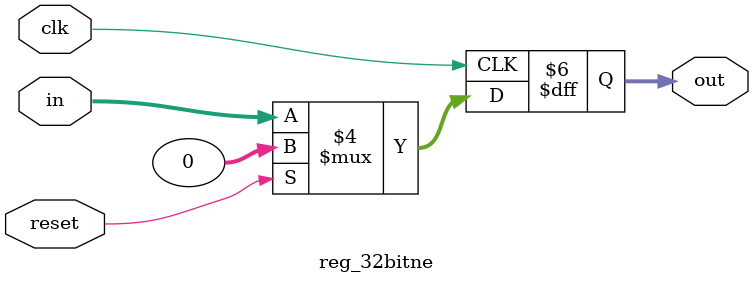
<source format=v>
module reg_32bitne(out, in, reset, clk);

output [31:0] out;
reg [31:0] out;
input  [31:0] in;
input clk, reset;

always @(posedge clk)
begin
	if(reset == 1'b1)
		out <= 0;
	else
		out <= in;
end


endmodule
</source>
